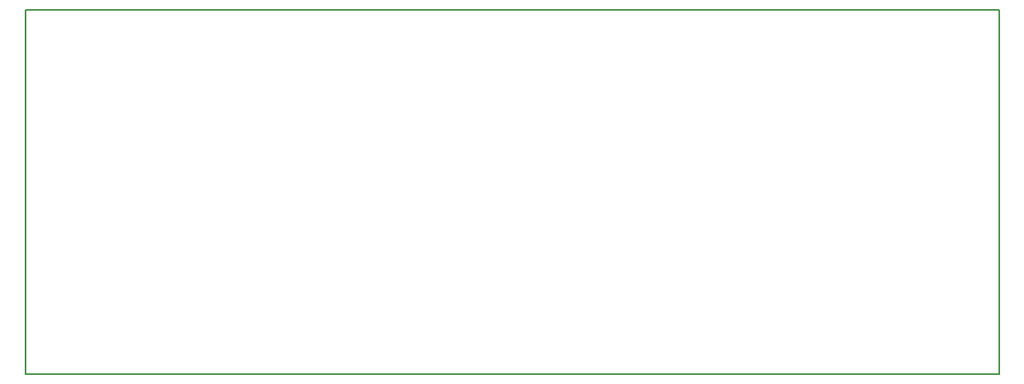
<source format=gbr>
G04 #@! TF.GenerationSoftware,KiCad,Pcbnew,(5.0.2)-1*
G04 #@! TF.CreationDate,2019-03-31T20:53:58+02:00*
G04 #@! TF.ProjectId,CCdrum,43436472-756d-42e6-9b69-6361645f7063,rev?*
G04 #@! TF.SameCoordinates,Original*
G04 #@! TF.FileFunction,Profile,NP*
%FSLAX46Y46*%
G04 Gerber Fmt 4.6, Leading zero omitted, Abs format (unit mm)*
G04 Created by KiCad (PCBNEW (5.0.2)-1) date 31/03/2019 20:53:58*
%MOMM*%
%LPD*%
G01*
G04 APERTURE LIST*
%ADD10C,0.200000*%
G04 APERTURE END LIST*
D10*
X130000000Y-125000000D02*
X130000000Y-122600000D01*
X30000000Y-125000000D02*
X30000000Y-122600000D01*
X130000000Y-122600000D02*
X30000000Y-122600000D01*
X130000000Y-160000000D02*
X130000000Y-125000000D01*
X30000000Y-160000000D02*
X30000000Y-125000000D01*
X30000000Y-160000000D02*
X130000000Y-160000000D01*
M02*

</source>
